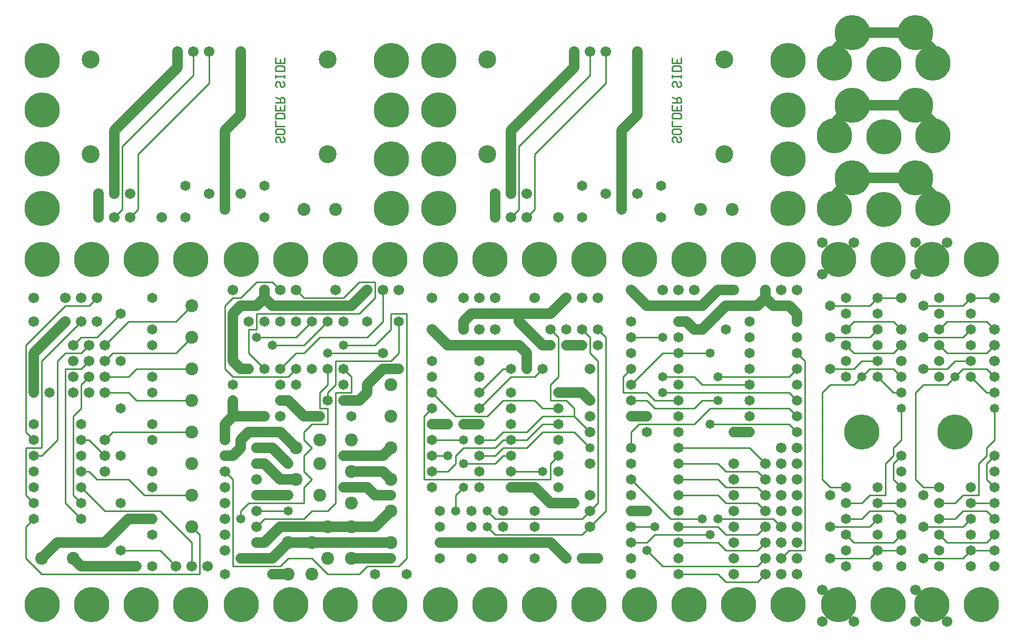
<source format=gbl>
%MOIN*%
%FSLAX25Y25*%
G04 D10 used for Character Trace; *
G04     Circle (OD=.01000) (No hole)*
G04 D11 used for Power Trace; *
G04     Circle (OD=.06700) (No hole)*
G04 D12 used for Signal Trace; *
G04     Circle (OD=.01100) (No hole)*
G04 D13 used for Via; *
G04     Circle (OD=.05800) (Round. Hole ID=.02800)*
G04 D14 used for Component hole; *
G04     Circle (OD=.06500) (Round. Hole ID=.03500)*
G04 D15 used for Component hole; *
G04     Circle (OD=.06700) (Round. Hole ID=.04300)*
G04 D16 used for Component hole; *
G04     Circle (OD=.08100) (Round. Hole ID=.05100)*
G04 D17 used for Component hole; *
G04     Circle (OD=.08900) (Round. Hole ID=.05900)*
G04 D18 used for Component hole; *
G04     Circle (OD=.11300) (Round. Hole ID=.08300)*
G04 D19 used for Component hole; *
G04     Circle (OD=.16000) (Round. Hole ID=.13000)*
G04 D20 used for Component hole; *
G04     Circle (OD=.18300) (Round. Hole ID=.15300)*
G04 D21 used for Component hole; *
G04     Circle (OD=.22291) (Round. Hole ID=.19291)*
%ADD10C,.01000*%
%ADD11C,.06700*%
%ADD12C,.01100*%
%ADD13C,.05800*%
%ADD14C,.06500*%
%ADD15C,.06700*%
%ADD16C,.08100*%
%ADD17C,.08900*%
%ADD18C,.11300*%
%ADD19C,.16000*%
%ADD20C,.18300*%
%ADD21C,.22291*%
%IPPOS*%
%LPD*%
G90*X0Y0D02*D21*X15625Y15625D03*D12*              
X15000Y35000D02*X115000D01*Y60000D01*             
X110000Y65000D01*D16*D03*D12*Y40000D02*Y55000D01* 
D15*Y40000D03*X120000D03*X100000D03*D12*          
X90000Y50000D01*X65000D01*D14*D03*D13*            
X75000Y40000D03*D11*X40000D01*X35000Y45000D01*D16*
D03*D11*X15000D02*X25000Y55000D01*D16*            
X15000Y45000D03*D11*X25000Y55000D02*X55000D01*    
X70000Y70000D01*X85000D01*D14*D03*D12*            
X110000Y55000D02*X90000Y75000D01*X55000D01*       
X40000Y90000D01*D14*D03*D12*Y80000D02*            
X35000Y85000D01*D14*X40000Y80000D03*D12*          
X35000Y85000D02*Y135000D01*X40000Y140000D01*      
Y155000D01*X45000Y160000D01*D15*D03*D12*          
X30000Y165000D02*X40000D01*X30000Y80000D02*       
Y165000D01*X40000Y70000D02*X30000Y80000D01*D14*   
X40000Y70000D03*D12*X50000Y95000D02*X70000D01*    
X80000Y85000D01*X110000D01*D16*D03*Y105000D03*D14*
X85000Y60000D03*Y100000D03*Y90000D03*Y120000D03*  
D16*X110000Y125000D03*D12*X60000D01*              
X55000Y120000D01*D15*D03*D14*X65000Y110000D03*D12*
X55000D02*X45000Y120000D01*D15*X55000Y110000D03*  
D12*X40000Y120000D02*X45000D01*D14*X40000D03*     
Y130000D03*Y110000D03*D12*X15000D02*              
X25000Y120000D01*X10000Y110000D02*X15000D01*D14*  
X10000D03*D12*X5000Y115000D02*X15000D01*          
X5000Y85000D02*Y115000D01*X10000Y80000D02*        
X5000Y85000D01*D14*X10000Y80000D03*Y90000D03*     
Y70000D03*D12*X5000Y65000D01*Y45000D01*           
X15000Y35000D01*D21*X46875Y15625D03*D14*          
X65000Y80000D03*D12*X50000Y95000D02*              
X45000Y100000D01*X40000D01*D14*D03*D15*X55000D03* 
D12*X25000Y120000D02*Y170000D01*X30000Y175000D01* 
X40000D01*X45000Y180000D01*D15*D03*D12*           
X40000Y185000D02*X50000D01*X35000Y180000D02*      
X40000Y185000D01*D15*X35000Y180000D03*            
X45000Y170000D03*D12*X40000Y165000D01*D15*        
X35000Y170000D03*Y160000D03*X55000Y150000D03*D12* 
X70000D01*X75000Y145000D01*X110000D01*D16*D03*    
Y165000D03*D12*X75000D01*X70000Y160000D01*        
X55000D01*D15*D03*D14*X65000Y170000D03*D15*       
X45000Y150000D03*X55000Y170000D03*D12*            
X60000Y175000D01*X100000D01*X110000Y185000D01*D16*
D03*D12*X70000Y195000D02*X100000D01*              
X55000Y180000D02*X70000Y195000D01*D15*            
X55000Y180000D03*D12*X50000Y185000D02*            
X65000Y200000D01*D14*D03*D15*X50000Y210000D03*D12*
X45000Y205000D01*X30000D01*X5000Y180000D01*       
Y125000D01*X10000Y120000D01*D14*D03*D12*          
X15000Y115000D02*Y170000D01*X40000Y195000D01*D15* 
D03*X50000D03*X30000D03*D11*X10000Y175000D01*     
Y150000D01*D14*D03*X20000D03*X10000Y130000D03*D15*
X35000Y150000D03*X10000Y195000D03*D14*Y100000D03* 
X65000Y140000D03*D15*X40000Y210000D03*X30000D03*  
X10000D03*D14*X85000Y130000D03*Y150000D03*        
Y160000D03*Y180000D03*Y190000D03*Y210000D03*D21*  
X78125Y234375D03*X46875D03*X15625D03*D12*         
X100000Y195000D02*X110000Y205000D01*D16*D03*D21*  
X109375Y234375D03*D14*X85000Y40000D03*D21*        
X78125Y15625D03*X109375D03*G90*X1000Y0D02*D11*    
X131000Y120000D02*Y130000D01*D15*Y120000D03*D11*  
X136000Y110000D02*X141000Y115000D01*              
X131000Y110000D02*X136000D01*D15*X131000D03*D11*  
X141000Y115000D02*Y120000D01*X146000Y125000D01*   
X166000D01*X176000Y115000D01*D16*D03*D12*         
X181000Y100000D02*Y110000D01*X186000Y95000D02*    
X181000Y100000D01*Y90000D02*X186000Y95000D01*     
X181000Y80000D02*Y90000D01*X146000Y80000D02*      
X181000D01*X141000Y75000D02*X146000Y80000D01*     
X141000Y70000D02*Y75000D01*D13*Y70000D03*D15*     
X131000Y80000D03*Y60000D03*X151000Y65000D03*D12*  
X156000Y70000D01*X181000D01*X186000Y75000D01*     
X196000D01*X201000Y80000D01*Y150000D01*X211000D01*
Y160000D01*X206000Y165000D01*D14*D03*D12*         
X201000Y155000D02*Y170000D01*X196000Y150000D02*   
X201000Y155000D01*X196000Y145000D02*Y150000D01*   
D14*Y145000D03*D12*X191000Y140000D02*Y150000D01*  
Y140000D02*X196000D01*Y130000D01*X186000D01*      
X181000Y125000D01*Y120000D01*X186000Y115000D01*   
X181000Y110000D01*D16*X191000Y120000D03*          
Y105000D03*D13*X171000D03*D11*X161000Y115000D01*  
X151000D01*D15*D03*Y105000D03*D11*X156000D01*     
X166000Y95000D01*X176000D01*D16*D03*D13*          
X171000Y85000D03*D11*X151000D01*D15*D03*Y95000D03*
Y75000D03*D12*X171000D01*D13*D03*D11*             
X156000Y55000D02*X166000Y65000D01*                
X151000Y55000D02*X156000D01*D15*X151000D03*D11*   
X141000Y45000D02*X161000D01*D13*X141000D03*D12*   
X136000Y40000D02*X166000D01*X171000Y45000D01*     
X186000D01*X196000Y35000D01*X216000D01*           
X221000Y40000D01*X241000D01*X246000Y45000D01*     
Y200000D01*X236000D01*Y190000D01*                 
X226000Y180000D01*X206000D01*D13*D03*D12*         
X201000Y170000D02*X236000D01*X241000Y175000D01*   
Y195000D01*D14*D03*D12*X221000Y185000D02*         
X231000Y195000D01*X191000Y185000D02*X221000D01*   
X181000Y175000D02*X191000Y185000D01*              
X176000Y175000D02*X181000D01*X166000Y165000D02*   
X176000Y175000D01*D14*X166000Y165000D03*D12*      
X136000Y160000D02*X171000D01*X136000D02*          
X131000Y165000D01*Y205000D01*X136000Y210000D01*   
X141000D01*X151000Y220000D01*X161000D01*          
X166000Y215000D01*D15*D03*D11*X161000Y205000D02*  
X211000D01*X221000Y215000D01*D15*D03*D12*         
X216000Y200000D02*X226000Y210000D01*              
X151000Y200000D02*X216000D01*X151000Y190000D02*   
Y200000D01*X146000Y190000D02*X151000D01*          
X146000Y175000D02*Y190000D01*X156000Y165000D02*   
X146000Y175000D01*D14*X156000Y165000D03*          
X166000Y155000D03*X146000Y165000D03*D11*          
X141000D01*X136000Y170000D01*Y200000D01*          
X141000Y205000D01*X151000D01*X156000Y210000D01*   
X161000Y205000D01*X156000Y210000D02*Y215000D01*   
D15*D03*D14*X176000Y195000D03*D21*                
X172875Y234375D03*D14*X146000Y195000D03*D15*      
X176000Y215000D03*D12*X181000Y210000D01*          
X206000D01*X216000Y220000D01*X226000D01*          
Y210000D01*D15*X231000Y215000D03*D12*Y195000D01*  
D14*X221000D03*D15*X241000Y215000D03*D14*         
X231000Y175000D03*D12*X196000D01*D13*D03*D14*     
X186000Y165000D03*X196000D03*D12*Y155000D01*      
X191000Y150000D01*D14*X176000Y165000D03*D12*      
X171000Y160000D01*D14*X176000Y155000D03*          
X166000Y145000D03*D11*X171000D01*                 
X181000Y135000D01*X191000D01*D14*D03*             
X206000Y145000D03*D11*X216000D01*                 
X221000Y150000D01*Y155000D01*X231000Y165000D01*   
X241000D01*D13*D03*D16*X236000Y155000D03*D14*     
X211000Y135000D03*D16*X236000D03*D14*             
X206000Y195000D03*Y155000D03*X196000Y195000D03*   
D12*X181000Y180000D01*X161000D01*D13*D03*         
X151000Y185000D03*D12*X176000D01*                 
X186000Y195000D01*D14*D03*D15*X201000Y215000D03*  
D14*X166000Y195000D03*X156000D03*D21*             
X204125Y234375D03*X141625D03*D14*                 
X136000Y145000D03*D11*Y135000D01*                 
X131000Y130000D01*X136000Y135000D02*X156000D01*   
D15*D03*X166000D03*D14*X136000Y155000D03*D15*     
X131000Y100000D03*D12*X136000Y95000D01*Y40000D01* 
D14*X131000Y35000D03*D15*Y50000D03*D14*           
X161000Y35000D03*D11*X171000D01*D16*D03*D11*      
X161000Y45000D02*X171000Y55000D01*D16*D03*D11*    
X186000D01*D16*D03*D11*X236000D01*D16*D03*D11*    
X211000Y65000D02*X226000D01*D16*X211000D03*D11*   
X196000D01*D16*D03*D11*X166000D01*D16*            
X191000Y85000D03*X196000Y45000D03*                
X186000Y35000D03*D15*X131000Y90000D03*Y70000D03*  
D13*X206000Y90000D03*D11*X221000D01*              
X226000Y85000D01*X236000D01*D13*D03*D16*Y95000D03*
D11*X231000Y100000D01*X211000D01*D16*D03*D13*     
X206000Y110000D03*D11*X231000D01*                 
X236000Y115000D01*D16*D03*X211000Y120000D03*      
Y80000D03*X236000Y75000D03*D11*X226000Y65000D01*  
D16*X211000Y45000D03*D11*X236000D01*D13*D03*D14*  
X246000Y35000D03*X226000D03*D21*X204125Y15625D03* 
X235375D03*X172875D03*X141625D03*D15*             
X136000Y215000D03*D21*X235375Y234375D03*G90*      
X2000Y0D02*D12*X257000Y95000D02*X337000D01*       
Y105000D01*X342000Y110000D01*D14*D03*D13*         
X332000Y100000D03*D12*X312000D01*D14*D03*D13*     
X322000Y90000D03*D11*X312000D01*D14*D03*D11*      
X322000D02*X327000D01*X337000Y80000D01*X352000D01*
D13*D03*D14*X342000Y90000D03*D15*X362000Y75000D03*
D12*X357000Y70000D01*X302000D01*X297000Y75000D01* 
D13*D03*D14*X307000Y65000D03*X287000D03*          
X307000Y75000D03*X287000D03*D13*X297000Y65000D03* 
D12*X302000Y60000D01*X357000D01*X362000Y65000D01* 
D15*D03*D12*X372000Y75000D01*Y185000D01*          
X367000Y190000D01*D14*D03*D12*X362000Y175000D02*  
Y185000D01*X367000Y170000D02*X362000Y175000D01*   
X367000Y80000D02*Y170000D01*X362000Y75000D02*     
X367000Y80000D01*D15*X362000Y85000D03*D14*        
X342000Y100000D03*D11*X347000Y45000D02*           
X337000Y55000D01*D15*X347000Y45000D03*D11*        
X327000Y55000D02*X337000D01*D14*X327000D03*D11*   
X307000D01*D14*D03*D11*X287000D01*D14*D03*D11*    
X267000D01*D14*D03*Y65000D03*Y45000D03*X287000D03*
D13*X277000Y75000D03*D12*Y85000D01*               
X282000Y90000D01*D13*D03*D14*X292000Y100000D03*   
D12*X262000D02*X272000D01*D14*X262000D03*D12*     
X257000Y95000D02*Y135000D01*X262000Y140000D01*D14*
D03*D13*X272000Y130000D03*D11*X262000D01*D14*D03* 
Y120000D03*D12*X282000D01*D13*D03*D12*            
X277000Y110000D02*X282000Y115000D01*              
X277000Y105000D02*Y110000D01*X272000Y100000D02*   
X277000Y105000D01*D14*X262000Y110000D03*D12*      
X272000D01*D13*D03*X282000Y105000D03*D12*         
X302000D01*X307000Y110000D01*X312000D01*D14*D03*  
D12*X302000D02*X307000Y115000D01*                 
X292000Y110000D02*X302000D01*D14*X292000D03*D12*  
Y120000D02*X302000D01*D14*X292000D03*D13*         
X282000Y130000D03*D11*X292000D01*D14*D03*D12*     
X277000Y135000D02*X297000D01*X277000D02*          
X262000Y150000D01*D14*D03*Y160000D03*Y170000D03*  
X292000Y140000D03*D12*X312000Y160000D01*          
X327000D01*X332000Y165000D01*D14*D03*D11*         
X322000D02*Y175000D01*D14*Y165000D03*D11*         
Y175000D02*X317000Y180000D01*D14*D03*D11*         
X272000D01*X262000Y190000D01*D15*D03*             
X282000Y210000D03*Y190000D03*D11*Y195000D01*      
X287000Y200000D01*X317000D01*D14*D03*D11*         
Y195000D01*X332000Y180000D01*X337000D01*D14*D03*  
D12*X342000Y160000D02*Y185000D01*                 
X337000Y155000D02*X342000Y160000D01*              
X337000Y145000D02*Y155000D01*Y145000D02*          
X347000D01*X352000Y140000D01*Y135000D01*          
X362000Y125000D01*D15*D03*D12*X332000Y135000D02*  
X352000D01*X322000Y125000D02*X332000Y135000D01*   
X307000Y125000D02*X322000D01*X302000Y120000D02*   
X307000Y125000D01*Y115000D02*X322000D01*          
X332000Y125000D01*X352000D01*X362000Y115000D01*   
D13*D03*D15*Y105000D03*D14*X342000Y130000D03*D12* 
X332000D01*X322000Y120000D01*X312000D01*D14*D03*  
D12*X307000D01*X302000Y115000D01*X282000D01*      
X297000Y135000D02*X307000Y145000D01*X327000D01*   
X332000Y140000D01*X342000D01*D14*D03*Y150000D03*  
D11*X357000D01*X362000Y145000D01*D15*D03*         
Y135000D03*Y165000D03*D14*X342000Y120000D03*      
X367000Y180000D03*X357000D03*D11*X347000D01*D14*  
D03*D12*X342000Y185000D02*X337000Y190000D01*D14*  
D03*X347000D03*D11*X317000Y200000D02*X337000D01*  
D15*X327000Y210000D03*X302000D03*Y190000D03*D11*  
X337000Y200000D02*X347000Y210000D01*D15*D03*      
X357000D03*X367000D03*D14*X357000Y190000D03*D12*  
X362000Y185000D01*D21*X361375Y234375D03*D14*      
X312000Y165000D03*D12*X307000D01*                 
X292000Y150000D01*D14*D03*Y160000D03*             
X312000Y130000D03*Y140000D03*Y150000D03*          
X292000Y170000D03*D15*Y190000D03*D14*             
X262000Y90000D03*D15*X292000Y210000D03*D14*       
Y90000D03*D15*X262000Y210000D03*D14*              
X267000Y75000D03*X327000D03*D21*X330125Y234375D03*
X298875D03*X267625D03*D14*X327000Y65000D03*       
X307000Y45000D03*X327000D03*D15*X357000D03*D11*   
X367000D01*D15*D03*D21*X361375Y15625D03*          
X330125D03*X298875D03*X267625D03*G90*X3000Y0D02*  
D12*X383000Y150000D02*X398000D01*                 
X403000Y145000D01*X418000D01*D14*D03*D12*         
X403000Y140000D02*X428000D01*X403000D02*          
X398000Y145000D01*X388000D01*D14*D03*D12*         
X383000Y150000D02*Y160000D01*X388000Y165000D01*   
D14*D03*Y175000D03*Y155000D03*D12*                
X408000Y175000D01*X418000D01*D14*D03*D12*         
X438000D01*D13*D03*D14*X448000Y190000D03*D12*     
X433000Y155000D02*X428000Y160000D01*              
X433000Y155000D02*X463000D01*D14*D03*Y165000D03*  
Y145000D03*D13*X443000Y160000D03*D12*X488000D01*  
X493000Y165000D01*D14*D03*D12*X498000Y50000D02*   
Y170000D01*X488000Y50000D02*X498000D01*           
X483000Y45000D02*X488000Y50000D01*D15*            
X483000Y45000D03*X493000Y35000D03*Y55000D03*      
X473000D03*D12*X468000Y50000D01*X448000D01*       
X443000Y55000D01*X418000D01*D14*D03*Y65000D03*D12*
X443000D01*X448000Y60000D01*X468000D01*           
X473000Y65000D01*D15*D03*D12*X483000D02*          
X478000Y70000D01*D15*X483000Y65000D03*D12*        
X443000Y70000D02*X478000D01*D13*X443000D03*D15*   
X453000Y65000D03*D12*X448000Y80000D02*X468000D01* 
X473000Y75000D01*D15*D03*X483000Y85000D03*        
Y75000D03*X473000Y85000D03*D12*X468000Y90000D01*  
X448000D01*X443000Y95000D01*X418000D01*D14*D03*   
Y105000D03*D12*X443000D01*X448000Y100000D01*      
X468000D01*X473000Y95000D01*D15*D03*              
X483000Y105000D03*Y95000D03*X473000Y105000D03*D12*
X463000Y115000D01*X418000D01*D14*D03*Y125000D03*  
D12*X393000Y130000D02*X428000D01*                 
X388000Y125000D02*X393000Y130000D01*              
X388000Y115000D02*Y125000D01*D14*Y115000D03*      
X398000Y125000D03*X388000Y105000D03*D13*          
X398000Y135000D03*D11*X388000D01*D14*D03*D13*     
X408000Y150000D03*D12*X488000D01*                 
X493000Y145000D01*D14*D03*D12*Y135000D02*         
X488000Y140000D01*D14*X493000Y135000D03*D12*      
X438000Y140000D02*X488000D01*X428000Y130000D02*   
X438000Y140000D01*D14*X418000Y135000D03*D13*      
X438000Y130000D03*D12*X488000D01*                 
X493000Y125000D01*D14*D03*D15*X483000Y115000D03*  
X493000D03*Y105000D03*D14*X463000Y135000D03*      
X493000Y155000D03*X463000Y125000D03*D11*          
X453000D01*D13*D03*D12*X428000Y140000D02*         
X433000Y145000D01*X443000D01*D13*D03*D12*         
X408000Y160000D02*X428000D01*D13*X408000D03*D14*  
X418000Y155000D03*Y165000D03*Y185000D03*D13*      
X408000D03*D12*X388000D01*D14*D03*Y195000D03*D11* 
X398000Y205000D02*X433000D01*X443000Y215000D01*   
X453000D01*D15*D03*D11*X433000Y190000D02*         
X448000Y205000D01*X428000Y190000D02*X433000D01*   
D14*X428000D03*D11*X423000Y195000D01*X418000D01*  
D14*D03*D15*X428000Y215000D03*D11*                
X398000Y205000D02*X388000Y215000D01*D15*D03*D21*  
X393625Y234375D03*D15*X408000Y215000D03*          
X418000D03*D21*X424875Y234375D03*D11*             
X448000Y205000D02*X468000D01*X473000Y210000D01*   
X478000Y205000D01*X488000D01*X493000Y200000D01*   
Y195000D01*D14*D03*Y185000D03*D15*                
X473000Y215000D03*D11*Y210000D01*D15*             
X483000Y215000D03*D14*X463000Y195000D03*D15*      
X493000Y215000D03*D21*X487375Y234375D03*D14*      
X463000Y185000D03*D21*X456125Y234375D03*D14*      
X463000Y175000D03*X493000D03*D12*                 
X498000Y170000D01*D15*X453000Y105000D03*Y95000D03*
X493000D03*D14*X418000Y85000D03*D12*X443000D01*   
X448000Y80000D01*D15*X453000Y75000D03*Y85000D03*  
D13*X433000Y70000D03*D12*X413000D01*              
X388000Y95000D01*D14*D03*Y85000D03*Y75000D03*D11* 
X398000D01*D13*D03*D14*X388000Y65000D03*D12*      
X403000D01*D13*D03*D12*X398000Y55000D02*          
X403000Y60000D01*X388000Y55000D02*X398000D01*D14* 
X388000D03*D13*X398000Y50000D03*D12*              
X408000Y40000D01*X468000D01*X473000Y45000D01*D15* 
D03*X483000Y35000D03*Y55000D03*X473000Y35000D03*  
D12*X468000Y30000D01*X448000D01*X443000Y35000D01* 
X418000D01*D14*D03*Y45000D03*D21*X424875Y15625D03*
D13*X438000Y60000D03*D12*X403000D01*D14*          
X418000Y75000D03*X388000Y45000D03*Y35000D03*D21*  
X393625Y15625D03*D15*X453000Y35000D03*Y45000D03*  
Y55000D03*D21*X456125Y15625D03*X487375D03*D15*    
X493000Y45000D03*Y65000D03*Y75000D03*Y85000D03*   
G90*X1000Y1000D02*D14*X156000Y261000D03*          
X106000D03*D15*X91000D03*X71000D03*D12*           
X76000Y266000D01*Y301000D01*X121000Y346000D01*    
Y366000D01*D15*D03*X111000D03*D12*Y351000D01*     
X66000Y306000D01*Y266000D01*X61000Y261000D01*D15* 
D03*X51000D03*D11*Y276000D01*D15*D03*X61000D03*   
D11*Y316000D01*X101000Y356000D01*Y366000D01*D15*  
D03*D11*X131000Y316000D02*X141000Y326000D01*      
X131000Y316000D02*Y266000D01*D15*D03*             
X141000Y276000D03*X121000D03*D14*                 
X106000Y281000D03*X156000D03*D10*                 
X167914Y311837D02*X168871Y311000D01*Y309326D01*   
X167914Y308489D01*X166957D01*X166000Y309326D01*   
Y311000D01*X165043Y311837D01*X164086D01*          
X163129Y311000D01*Y309326D01*X164086Y308489D01*   
Y316837D02*X163129Y316000D01*Y314326D01*          
X164086Y313489D01*X167914D01*X168871Y314326D01*   
Y316000D01*X167914Y316837D01*X164086D01*D16*      
X181000Y266000D03*D10*X168871Y318489D02*          
X163129D01*Y321837D01*Y323489D02*X168871D01*      
Y326000D01*X167914Y326837D01*X164086D01*          
X163129Y326000D01*Y323489D01*D11*                 
X141000Y366000D02*Y326000D01*D15*Y366000D03*D10*  
X167914Y346837D02*X168871Y346000D01*Y344326D01*   
X167914Y343489D01*X166957D01*X166000Y344326D01*   
Y346000D01*X165043Y346837D01*X164086D01*          
X163129Y346000D01*Y344326D01*X164086Y343489D01*   
X163129Y350163D02*X168871D01*X163129Y349326D02*   
Y351000D01*X168871Y349326D02*Y351000D01*          
X163129Y353489D02*X168871D01*Y356000D01*          
X167914Y356837D01*X164086D01*X163129Y356000D01*   
Y353489D01*Y361837D02*Y358489D01*X168871D01*      
Y361837D01*X166000Y358489D02*Y361000D01*          
X163129Y333489D02*X168871D01*Y336000D01*          
X167914Y336837D01*X166957D01*X166000Y336000D01*   
Y333489D01*Y336000D02*X163129Y336837D01*          
Y331837D02*Y328489D01*X168871D01*Y331837D01*      
X166000Y328489D02*Y331000D01*D18*                 
X196000Y361000D03*Y301000D03*D15*X71000Y276000D03*
D21*X236625Y297875D03*Y329125D03*Y360375D03*D18*  
X46000Y361000D03*Y301000D03*D16*X201000Y266000D03*
D21*X236625Y266625D03*X15375Y360375D03*Y329125D03*
Y297875D03*Y266625D03*G90*X2000Y1000D02*          
X266375Y266625D03*Y297875D03*D18*                 
X297000Y301000D03*D15*X302000Y261000D03*D11*      
Y276000D01*D15*D03*X312000D03*D11*Y316000D01*     
X352000Y356000D01*Y366000D01*D15*D03*X362000D03*  
D12*Y351000D01*X317000Y306000D01*Y266000D01*      
X312000Y261000D01*D15*D03*X322000D03*D12*         
X327000Y266000D01*Y301000D01*X372000Y346000D01*   
Y366000D01*D15*D03*X392000D03*D11*Y326000D01*     
X382000Y316000D01*Y266000D01*D15*D03*             
X392000Y276000D03*X372000D03*D14*                 
X357000Y281000D03*X407000Y261000D03*X357000D03*   
X407000Y281000D03*D15*X342000Y261000D03*D10*      
X418914Y311837D02*X419871Y311000D01*Y309326D01*   
X418914Y308489D01*X417957D01*X417000Y309326D01*   
Y311000D01*X416043Y311837D01*X415086D01*          
X414129Y311000D01*Y309326D01*X415086Y308489D01*   
Y316837D02*X414129Y316000D01*Y314326D01*          
X415086Y313489D01*X418914D01*X419871Y314326D01*   
Y316000D01*X418914Y316837D01*X415086D01*D16*      
X432000Y266000D03*D10*X419871Y318489D02*          
X414129D01*Y321837D01*Y323489D02*X419871D01*      
Y326000D01*X418914Y326837D01*X415086D01*          
X414129Y326000D01*Y323489D01*D15*                 
X322000Y276000D03*D10*X414129Y331837D02*          
Y328489D01*X419871D01*Y331837D01*                 
X417000Y328489D02*Y331000D01*D18*                 
X447000Y301000D03*D10*X414129Y333489D02*          
X419871D01*Y336000D01*X418914Y336837D01*          
X417957D01*X417000Y336000D01*Y333489D01*          
Y336000D02*X414129Y336837D01*D16*                 
X452000Y266000D03*D10*X418914Y346837D02*          
X419871Y346000D01*Y344326D01*X418914Y343489D01*   
X417957D01*X417000Y344326D01*Y346000D01*          
X416043Y346837D01*X415086D01*X414129Y346000D01*   
Y344326D01*X415086Y343489D01*X414129Y350163D02*   
X419871D01*X414129Y349326D02*Y351000D01*          
X419871Y349326D02*Y351000D01*X414129Y353489D02*   
X419871D01*Y356000D01*X418914Y356837D01*          
X415086D01*X414129Y356000D01*Y353489D01*D18*      
X447000Y361000D03*D10*X414129Y361837D02*          
Y358489D01*X419871D01*Y361837D01*                 
X417000Y358489D02*Y361000D01*D18*X297000D03*D21*  
X487625Y266625D03*Y297875D03*Y329125D03*          
Y360375D03*X266375D03*Y329125D03*G90*X4000Y0D02*  
D15*X509000Y5000D03*Y25000D03*D12*                
X514000Y90000D02*X509000Y95000D01*                
X514000Y90000D02*X524000D01*D14*D03*D12*Y80000D02*
X534000D01*D14*X524000D03*D12*Y70000D02*          
X534000D01*D14*X524000D03*D12*X534000Y80000D02*   
X539000Y85000D01*X549000D01*Y105000D01*           
X554000Y110000D01*Y115000D01*X559000Y120000D01*   
Y140000D01*D13*D03*D14*Y150000D03*D12*X554000D01* 
X544000Y160000D01*D14*D03*D12*X534000D02*         
X539000Y165000D01*D13*X534000Y160000D03*D12*      
X529000Y155000D01*X514000D01*X509000Y150000D01*   
Y95000D01*D14*X514000Y85000D03*D12*               
X534000Y70000D02*X539000Y75000D01*X554000D01*     
X559000Y70000D01*D14*D03*Y80000D03*D12*X544000D01*
D14*D03*Y90000D03*Y70000D03*D12*X539000Y65000D01* 
X514000D01*D14*D03*X524000Y60000D03*D12*          
X529000Y55000D01*X554000D01*X559000Y60000D01*D14* 
D03*Y50000D03*D12*X544000D01*D14*D03*D12*         
X539000Y45000D01*X514000D01*D14*D03*              
X524000Y40000D03*Y50000D03*X544000Y40000D03*D21*  
X519625Y15625D03*D14*X544000Y60000D03*D21*        
X550875Y15625D03*D15*X529000Y5000D03*D14*         
X559000Y90000D03*D12*X554000Y95000D01*Y105000D01* 
X559000Y110000D01*D14*D03*Y100000D03*D21*         
X534000Y125000D03*D14*X559000Y160000D03*D12*      
X554000Y165000D01*X539000D01*D14*                 
X544000Y170000D03*D12*X534000D01*                 
X529000Y165000D01*X514000D01*D14*D03*             
X524000Y160000D03*Y170000D03*Y180000D03*D12*      
X529000Y175000D01*X554000D01*X559000Y180000D01*   
D15*D03*Y190000D03*D12*X554000Y195000D01*         
X529000D01*X524000Y190000D01*D14*D03*Y200000D03*  
X514000Y185000D03*D12*X539000D01*                 
X544000Y190000D01*D14*D03*Y200000D03*Y180000D03*  
D12*X514000Y205000D02*X539000D01*D14*X514000D03*  
X524000Y210000D03*D15*X509000Y225000D03*D12*      
X539000Y205000D02*X544000Y210000D01*D14*D03*D12*  
X559000D01*D15*D03*D21*X550875Y234375D03*D15*     
X529000Y245000D03*D21*X519625Y234375D03*D15*      
X559000Y170000D03*X509000Y245000D03*D14*          
X559000Y40000D03*G90*X3000Y0D02*D15*              
X568000Y5000D03*Y25000D03*D12*X573000Y90000D02*   
X568000Y95000D01*X573000Y90000D02*X583000D01*D14* 
D03*D12*Y80000D02*X593000D01*D14*X583000D03*D12*  
Y70000D02*X593000D01*D14*X583000D03*D12*          
X593000Y80000D02*X598000Y85000D01*X608000D01*     
Y105000D01*X613000Y110000D01*Y115000D01*          
X618000Y120000D01*Y140000D01*D13*D03*D14*         
Y150000D03*D12*X613000D01*X603000Y160000D01*D14*  
D03*D12*X593000D02*X598000Y165000D01*D13*         
X593000Y160000D03*D12*X588000Y155000D01*          
X573000D01*X568000Y150000D01*Y95000D01*D14*       
X573000Y85000D03*D12*X593000Y70000D02*            
X598000Y75000D01*X613000D01*X618000Y70000D01*D14* 
D03*Y80000D03*D12*X603000D01*D14*D03*Y90000D03*   
Y70000D03*D12*X598000Y65000D01*X573000D01*D14*D03*
X583000Y60000D03*D12*X588000Y55000D01*X613000D01* 
X618000Y60000D01*D14*D03*Y50000D03*D12*X603000D01*
D14*D03*D12*X598000Y45000D01*X573000D01*D14*D03*  
X583000Y40000D03*Y50000D03*X603000Y40000D03*D21*  
X578625Y15625D03*D14*X603000Y60000D03*D21*        
X609875Y15625D03*D15*X588000Y5000D03*D14*         
X618000Y90000D03*D12*X613000Y95000D01*Y105000D01* 
X618000Y110000D01*D14*D03*Y100000D03*D21*         
X593000Y125000D03*D14*X618000Y160000D03*D12*      
X613000Y165000D01*X598000D01*D14*                 
X603000Y170000D03*D12*X593000D01*                 
X588000Y165000D01*X573000D01*D14*D03*             
X583000Y160000D03*Y170000D03*Y180000D03*D12*      
X588000Y175000D01*X613000D01*X618000Y180000D01*   
D15*D03*Y190000D03*D12*X613000Y195000D01*         
X588000D01*X583000Y190000D01*D14*D03*Y200000D03*  
X573000Y185000D03*D12*X598000D01*                 
X603000Y190000D01*D14*D03*Y200000D03*Y180000D03*  
D12*X573000Y205000D02*X598000D01*D14*X573000D03*  
X583000Y210000D03*D15*X568000Y225000D03*D12*      
X598000Y205000D02*X603000Y210000D01*D14*D03*D12*  
X618000D01*D15*D03*D21*X609875Y234375D03*D15*     
X588000Y245000D03*D21*X578625Y234375D03*D15*      
X618000Y170000D03*X568000Y245000D03*D14*          
X618000Y40000D03*G90*X3000Y1000D02*D21*           
X516750Y266625D03*D11*X518000Y276000D01*          
X528000Y286000D01*D21*D03*D11*X568000D01*D21*D03* 
D11*X583000Y271000D01*X579250Y266625D01*D21*D03*  
X548000Y266000D03*G90*X3000Y2000D02*              
X516750Y312625D03*D11*X518000Y322000D01*          
X528000Y332000D01*D21*D03*D11*X568000D01*D21*D03* 
D11*X583000Y317000D01*X579250Y312625D01*D21*D03*  
X548000Y312000D03*G90*X3000Y3000D02*              
X516750Y358625D03*D11*X518000Y368000D01*          
X528000Y378000D01*D21*D03*D11*X568000D01*D21*D03* 
D11*X583000Y363000D01*X579250Y358625D01*D21*D03*  
X548000Y358000D03*M02*                            

</source>
